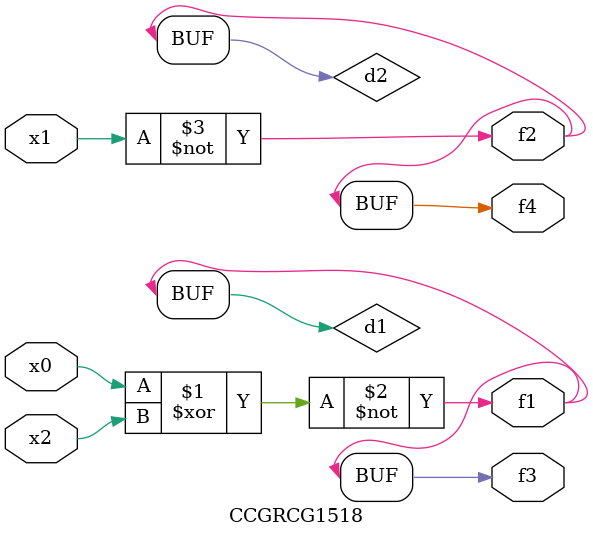
<source format=v>
module CCGRCG1518(
	input x0, x1, x2,
	output f1, f2, f3, f4
);

	wire d1, d2, d3;

	xnor (d1, x0, x2);
	nand (d2, x1);
	nor (d3, x1, x2);
	assign f1 = d1;
	assign f2 = d2;
	assign f3 = d1;
	assign f4 = d2;
endmodule

</source>
